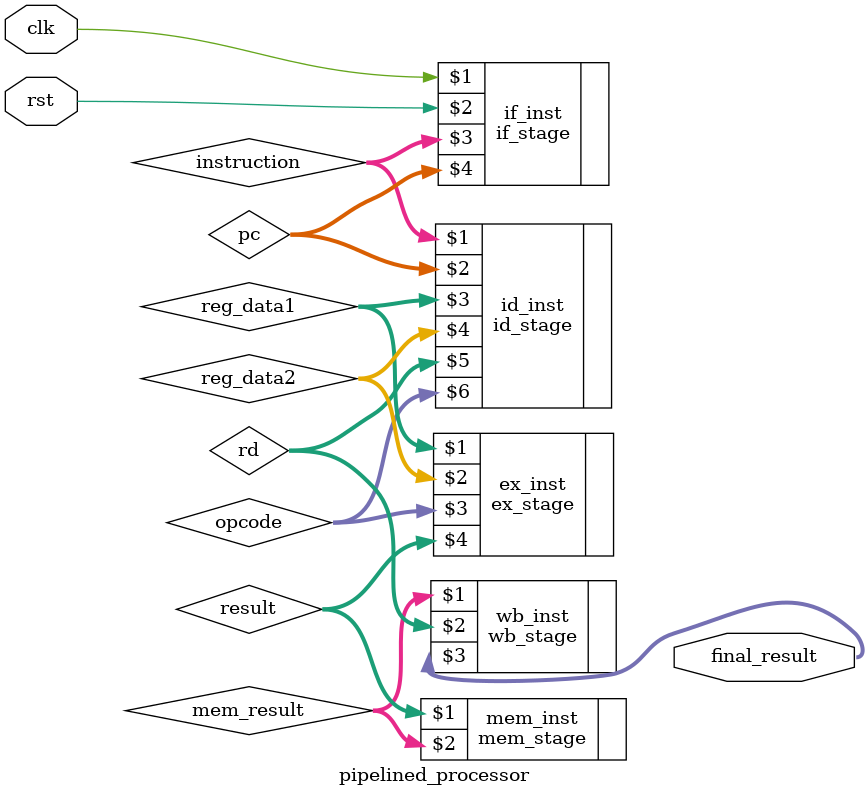
<source format=v>
module pipelined_processor(
    input clk, 
    input rst,
    output [31:0] final_result
);
    wire [31:0] instruction, pc, reg_data1, reg_data2, result, mem_result;
    wire [4:0] rd;
    wire [6:0] opcode;
    
    // Instantiate the stages
    if_stage if_inst(clk, rst, instruction, pc);
    id_stage id_inst(instruction, pc, reg_data1, reg_data2, rd, opcode);
    ex_stage ex_inst(reg_data1, reg_data2, opcode, result);
    mem_stage mem_inst(result, mem_result);
    wb_stage wb_inst(mem_result, rd, final_result);
    
endmodule

</source>
